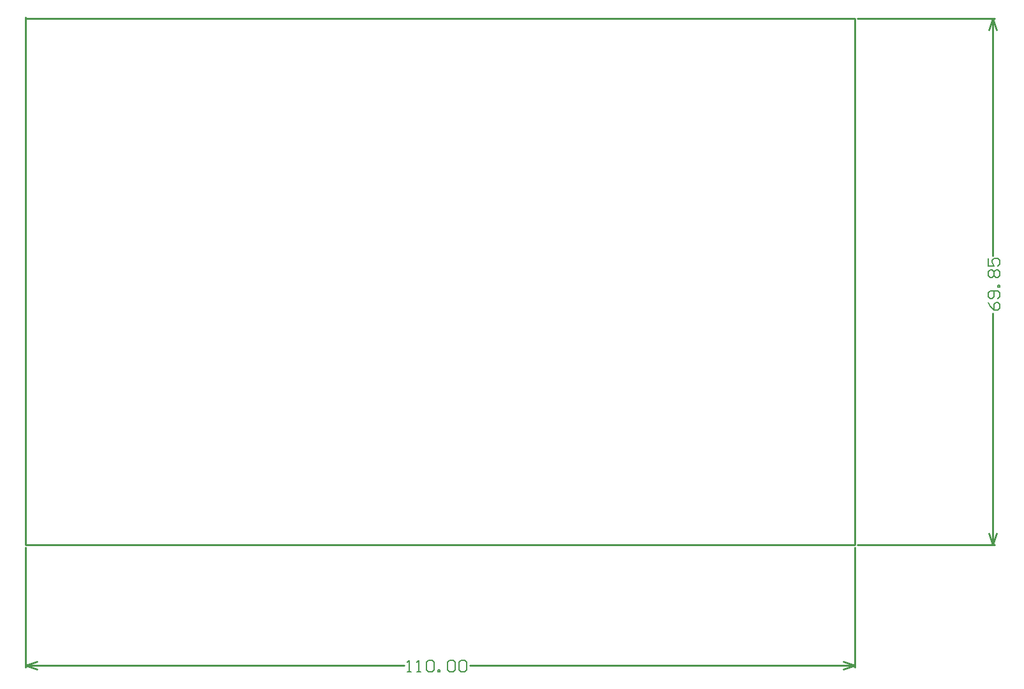
<source format=gm1>
%FSLAX25Y25*%
%MOIN*%
G70*
G01*
G75*
G04 Layer_Color=16711935*
%ADD10C,0.01000*%
%ADD11C,0.00800*%
%ADD12C,0.02000*%
%ADD13C,0.01500*%
%ADD14R,0.07874X0.09843*%
%ADD15R,0.03937X0.02362*%
%ADD16R,0.02756X0.03347*%
%ADD17R,0.03347X0.02756*%
%ADD18R,0.02362X0.03937*%
%ADD19R,0.09843X0.07874*%
%ADD20R,0.03150X0.03000*%
%ADD21R,0.01102X0.02618*%
%ADD22R,0.02618X0.01102*%
%ADD23R,0.08425X0.08425*%
%ADD24R,0.05118X0.03937*%
%ADD25R,0.07087X0.03937*%
%ADD26R,0.13780X0.04724*%
%ADD27R,0.10630X0.03937*%
%ADD28C,0.04000*%
%ADD29R,0.10400X0.19500*%
%ADD30R,0.29800X0.09500*%
%ADD31R,0.09700X0.12600*%
%ADD32R,0.21700X0.08200*%
%ADD33R,0.14400X0.15700*%
%ADD34R,0.31850X0.07800*%
%ADD35R,0.22100X0.07800*%
%ADD36R,0.09250X0.32500*%
%ADD37R,0.35100X0.09500*%
%ADD38R,0.13950X0.24700*%
%ADD39R,0.15400X0.30700*%
%ADD40R,0.11100X0.37200*%
%ADD41R,0.43600X0.19500*%
%ADD42R,0.55200X0.21700*%
%ADD43R,0.28700X0.30200*%
%ADD44R,0.23100X0.37800*%
%ADD45R,0.46700X0.47800*%
%ADD46R,0.48000X1.67000*%
%ADD47R,0.40000X0.63500*%
%ADD48R,2.47000X0.34000*%
%ADD49R,0.27000X0.39600*%
%ADD50R,0.32000X0.43000*%
%ADD51R,0.28000X0.46000*%
%ADD52C,0.00600*%
%ADD53C,0.05906*%
%ADD54R,0.05906X0.05906*%
%ADD55R,0.04724X0.06299*%
%ADD56O,0.04724X0.06299*%
%ADD57C,0.23622*%
%ADD58R,0.05906X0.05906*%
%ADD59C,0.19685*%
%ADD60C,0.03000*%
%ADD61C,0.02000*%
%ADD62C,0.05500*%
%ADD63R,0.03000X0.04000*%
%ADD64R,0.04000X0.03000*%
%ADD65R,0.04331X0.04724*%
%ADD66R,0.12992X0.09843*%
%ADD67R,0.03543X0.02126*%
%ADD68R,0.01969X0.06299*%
%ADD69R,0.14410X0.07874*%
%ADD70R,0.14410X0.09843*%
%ADD71R,0.05118X0.13780*%
%ADD72R,0.04724X0.13780*%
%ADD73R,0.13386X0.19291*%
%ADD74R,0.05512X0.05512*%
%ADD75R,0.09843X0.14410*%
%ADD76R,0.07874X0.14410*%
%ADD77R,0.06299X0.01969*%
%ADD78R,0.02126X0.03543*%
%ADD79R,0.14016X0.07008*%
%ADD80R,0.23900X0.07400*%
%ADD81R,0.06600X0.29900*%
%ADD82R,0.31161X0.10375*%
%ADD83R,0.10100X0.35200*%
%ADD84R,0.32275X0.09409*%
%ADD85R,0.13400X0.33200*%
%ADD86R,0.09200X0.34200*%
%ADD87R,0.31475X0.09309*%
%ADD88R,0.36300X0.11700*%
%ADD89R,0.07800X0.28400*%
%ADD90R,0.34500X0.09900*%
%ADD91R,0.06800X0.25700*%
%ADD92R,0.33050X0.09400*%
%ADD93R,0.08800X0.24200*%
%ADD94R,0.35000X0.11700*%
%ADD95R,0.13000X0.24000*%
%ADD96R,0.32000X2.10000*%
%ADD97R,0.15000X0.04000*%
%ADD98R,0.15000X0.03000*%
%ADD99R,0.65000X0.49000*%
%ADD100R,0.10000X0.48000*%
%ADD101R,0.85000X0.08000*%
%ADD102R,0.38000X0.18000*%
%ADD103R,0.16000X0.49000*%
%ADD104R,0.32000X0.47000*%
%ADD105R,0.03000X0.08000*%
%ADD106C,0.00500*%
%ADD107C,0.00591*%
%ADD108C,0.00787*%
%ADD109R,0.11900X0.28100*%
%ADD110R,0.28600X0.18100*%
%ADD111R,0.25200X0.35000*%
%ADD112R,0.07300X0.32200*%
%ADD113R,0.36300X0.15600*%
%ADD114R,0.19800X0.35200*%
%ADD115R,0.64900X0.18900*%
%ADD116R,0.13100X1.63900*%
%ADD117R,2.36600X0.30300*%
%ADD118R,0.14400X1.76600*%
%ADD119R,0.08674X0.10642*%
%ADD120R,0.04737X0.03162*%
%ADD121R,0.03556X0.04147*%
%ADD122R,0.04147X0.03556*%
%ADD123R,0.03162X0.04737*%
%ADD124R,0.10642X0.08674*%
%ADD125R,0.03950X0.03800*%
%ADD126R,0.01902X0.03418*%
%ADD127R,0.03418X0.01902*%
%ADD128R,0.09225X0.09225*%
%ADD129R,0.05918X0.04737*%
%ADD130R,0.07887X0.04737*%
%ADD131R,0.14579X0.05524*%
%ADD132R,0.11430X0.04737*%
%ADD133C,0.06706*%
%ADD134R,0.06706X0.06706*%
%ADD135R,0.05524X0.07099*%
%ADD136O,0.05524X0.07099*%
%ADD137C,0.24422*%
%ADD138R,0.06706X0.06706*%
%ADD139C,0.20485*%
%ADD140R,0.03800X0.04800*%
%ADD141R,0.04800X0.03800*%
%ADD142R,0.05131X0.05524*%
%ADD143R,0.13792X0.10642*%
%ADD144R,0.04343X0.02926*%
%ADD145R,0.02769X0.07099*%
%ADD146R,0.15210X0.08674*%
%ADD147R,0.15210X0.10642*%
%ADD148R,0.05918X0.14579*%
%ADD149R,0.05524X0.14579*%
%ADD150R,0.14186X0.20091*%
%ADD151R,0.06312X0.06312*%
%ADD152R,0.10642X0.15210*%
%ADD153R,0.08674X0.15210*%
%ADD154R,0.07099X0.02769*%
%ADD155R,0.02926X0.04343*%
%ADD156R,0.14816X0.07808*%
%ADD157C,0.00700*%
D10*
X433071Y-64000D02*
Y-1500D01*
X0Y-64000D02*
Y-1500D01*
X232030Y-63000D02*
X433071D01*
X0D02*
X197840D01*
X427071Y-61000D02*
X433071Y-63000D01*
X427071Y-65000D02*
X433071Y-63000D01*
X0D02*
X6000Y-65000D01*
X0Y-63000D02*
X6000Y-61000D01*
X434571Y0D02*
X506000D01*
X434571Y275000D02*
X506000D01*
X505000Y0D02*
Y120804D01*
Y150996D02*
Y275000D01*
Y0D02*
X507000Y6000D01*
X503000D02*
X505000Y0D01*
X503000Y269000D02*
X505000Y275000D01*
X507000Y269000D01*
X433071Y0D02*
Y275000D01*
X0Y0D02*
X433071D01*
X0Y275000D02*
X433071D01*
X0Y0D02*
Y275590D01*
X433071Y-64000D02*
Y-1500D01*
X0Y-64000D02*
Y-1500D01*
X232030Y-63000D02*
X433071D01*
X0D02*
X197840D01*
X427071Y-61000D02*
X433071Y-63000D01*
X427071Y-65000D02*
X433071Y-63000D01*
X0D02*
X6000Y-65000D01*
X0Y-63000D02*
X6000Y-61000D01*
X434571Y0D02*
X506000D01*
X434571Y275000D02*
X506000D01*
X505000Y0D02*
Y120804D01*
Y150996D02*
Y275000D01*
Y0D02*
X507000Y6000D01*
X503000D02*
X505000Y0D01*
X503000Y269000D02*
X505000Y275000D01*
X507000Y269000D01*
X433071Y0D02*
Y275000D01*
X0Y0D02*
X433071D01*
X0Y275000D02*
X433071D01*
X0Y0D02*
Y275590D01*
D52*
X199441Y-66599D02*
X201440D01*
X200440D01*
Y-60601D01*
X199441Y-61601D01*
X204439Y-66599D02*
X206438D01*
X205438D01*
Y-60601D01*
X204439Y-61601D01*
X209437D02*
X210437Y-60601D01*
X212436D01*
X213436Y-61601D01*
Y-65599D01*
X212436Y-66599D01*
X210437D01*
X209437Y-65599D01*
Y-61601D01*
X215435Y-66599D02*
Y-65599D01*
X216435D01*
Y-66599D01*
X215435D01*
X220434Y-61601D02*
X221433Y-60601D01*
X223433D01*
X224432Y-61601D01*
Y-65599D01*
X223433Y-66599D01*
X221433D01*
X220434Y-65599D01*
Y-61601D01*
X226432D02*
X227431Y-60601D01*
X229431D01*
X230430Y-61601D01*
Y-65599D01*
X229431Y-66599D01*
X227431D01*
X226432Y-65599D01*
Y-61601D01*
X502601Y126403D02*
X503601Y124404D01*
X505600Y122404D01*
X507599D01*
X508599Y123404D01*
Y125403D01*
X507599Y126403D01*
X506600D01*
X505600Y125403D01*
Y122404D01*
X507599Y128402D02*
X508599Y129402D01*
Y131401D01*
X507599Y132401D01*
X503601D01*
X502601Y131401D01*
Y129402D01*
X503601Y128402D01*
X504600D01*
X505600Y129402D01*
Y132401D01*
X508599Y134400D02*
X507599D01*
Y135400D01*
X508599D01*
Y134400D01*
X503601Y139399D02*
X502601Y140399D01*
Y142398D01*
X503601Y143398D01*
X504600D01*
X505600Y142398D01*
X506600Y143398D01*
X507599D01*
X508599Y142398D01*
Y140399D01*
X507599Y139399D01*
X506600D01*
X505600Y140399D01*
X504600Y139399D01*
X503601D01*
X505600Y140399D02*
Y142398D01*
X502601Y149396D02*
Y145397D01*
X505600D01*
X504600Y147396D01*
Y148396D01*
X505600Y149396D01*
X507599D01*
X508599Y148396D01*
Y146397D01*
X507599Y145397D01*
X199441Y-66599D02*
X201440D01*
X200440D01*
Y-60601D01*
X199441Y-61601D01*
X204439Y-66599D02*
X206438D01*
X205438D01*
Y-60601D01*
X204439Y-61601D01*
X209437D02*
X210437Y-60601D01*
X212436D01*
X213436Y-61601D01*
Y-65599D01*
X212436Y-66599D01*
X210437D01*
X209437Y-65599D01*
Y-61601D01*
X215435Y-66599D02*
Y-65599D01*
X216435D01*
Y-66599D01*
X215435D01*
X220434Y-61601D02*
X221433Y-60601D01*
X223433D01*
X224432Y-61601D01*
Y-65599D01*
X223433Y-66599D01*
X221433D01*
X220434Y-65599D01*
Y-61601D01*
X226432D02*
X227431Y-60601D01*
X229431D01*
X230430Y-61601D01*
Y-65599D01*
X229431Y-66599D01*
X227431D01*
X226432Y-65599D01*
Y-61601D01*
X502601Y126403D02*
X503601Y124404D01*
X505600Y122404D01*
X507599D01*
X508599Y123404D01*
Y125403D01*
X507599Y126403D01*
X506600D01*
X505600Y125403D01*
Y122404D01*
X507599Y128402D02*
X508599Y129402D01*
Y131401D01*
X507599Y132401D01*
X503601D01*
X502601Y131401D01*
Y129402D01*
X503601Y128402D01*
X504600D01*
X505600Y129402D01*
Y132401D01*
X508599Y134400D02*
X507599D01*
Y135400D01*
X508599D01*
Y134400D01*
X503601Y139399D02*
X502601Y140399D01*
Y142398D01*
X503601Y143398D01*
X504600D01*
X505600Y142398D01*
X506600Y143398D01*
X507599D01*
X508599Y142398D01*
Y140399D01*
X507599Y139399D01*
X506600D01*
X505600Y140399D01*
X504600Y139399D01*
X503601D01*
X505600Y140399D02*
Y142398D01*
X502601Y149396D02*
Y145397D01*
X505600D01*
X504600Y147396D01*
Y148396D01*
X505600Y149396D01*
X507599D01*
X508599Y148396D01*
Y146397D01*
X507599Y145397D01*
M02*

</source>
